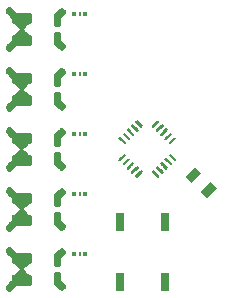
<source format=gtp>
G75*
G70*
%OFA0B0*%
%FSLAX24Y24*%
%IPPOS*%
%LPD*%
%AMOC8*
5,1,8,0,0,1.08239X$1,22.5*
%
%ADD10C,0.0068*%
%ADD11R,0.0315X0.0472*%
%ADD12R,0.0300X0.0600*%
%ADD13C,0.0020*%
%ADD14C,0.0160*%
%ADD15R,0.0080X0.0160*%
D10*
X007668Y005922D02*
X007841Y006095D01*
X007856Y006080D01*
X007683Y005907D01*
X007668Y005922D01*
X007720Y005974D02*
X007750Y005974D01*
X007787Y006041D02*
X007817Y006041D01*
X007980Y005955D02*
X007807Y005782D01*
X007980Y005955D02*
X007995Y005940D01*
X007822Y005767D01*
X007807Y005782D01*
X007859Y005834D02*
X007889Y005834D01*
X007926Y005901D02*
X007956Y005901D01*
X008119Y005816D02*
X007946Y005643D01*
X008119Y005816D02*
X008134Y005801D01*
X007961Y005628D01*
X007946Y005643D01*
X007998Y005695D02*
X008028Y005695D01*
X008065Y005762D02*
X008095Y005762D01*
X008259Y005677D02*
X008086Y005504D01*
X008259Y005677D02*
X008274Y005662D01*
X008101Y005489D01*
X008086Y005504D01*
X008138Y005556D02*
X008168Y005556D01*
X008205Y005623D02*
X008235Y005623D01*
X008398Y005538D02*
X008225Y005365D01*
X008398Y005538D02*
X008413Y005523D01*
X008240Y005350D01*
X008225Y005365D01*
X008277Y005417D02*
X008307Y005417D01*
X008344Y005484D02*
X008374Y005484D01*
X008782Y005523D02*
X008797Y005538D01*
X008970Y005365D01*
X008955Y005350D01*
X008782Y005523D01*
X008888Y005417D02*
X008918Y005417D01*
X008851Y005484D02*
X008821Y005484D01*
X008921Y005662D02*
X008936Y005677D01*
X009109Y005504D01*
X009094Y005489D01*
X008921Y005662D01*
X009027Y005556D02*
X009057Y005556D01*
X008990Y005623D02*
X008960Y005623D01*
X009060Y005801D02*
X009075Y005816D01*
X009248Y005643D01*
X009233Y005628D01*
X009060Y005801D01*
X009166Y005695D02*
X009196Y005695D01*
X009129Y005762D02*
X009099Y005762D01*
X009199Y005940D02*
X009214Y005955D01*
X009387Y005782D01*
X009372Y005767D01*
X009199Y005940D01*
X009305Y005834D02*
X009335Y005834D01*
X009268Y005901D02*
X009238Y005901D01*
X009338Y006080D02*
X009353Y006095D01*
X009526Y005922D01*
X009511Y005907D01*
X009338Y006080D01*
X009444Y005974D02*
X009474Y005974D01*
X009407Y006041D02*
X009377Y006041D01*
X009338Y006478D02*
X009511Y006651D01*
X009526Y006636D01*
X009353Y006463D01*
X009338Y006478D01*
X009390Y006530D02*
X009420Y006530D01*
X009457Y006597D02*
X009487Y006597D01*
X009372Y006791D02*
X009199Y006618D01*
X009372Y006791D02*
X009387Y006776D01*
X009214Y006603D01*
X009199Y006618D01*
X009251Y006670D02*
X009281Y006670D01*
X009318Y006737D02*
X009348Y006737D01*
X009233Y006930D02*
X009060Y006757D01*
X009233Y006930D02*
X009248Y006915D01*
X009075Y006742D01*
X009060Y006757D01*
X009112Y006809D02*
X009142Y006809D01*
X009179Y006876D02*
X009209Y006876D01*
X009094Y007069D02*
X008921Y006896D01*
X009094Y007069D02*
X009109Y007054D01*
X008936Y006881D01*
X008921Y006896D01*
X008973Y006948D02*
X009003Y006948D01*
X009040Y007015D02*
X009070Y007015D01*
X008955Y007208D02*
X008782Y007035D01*
X008955Y007208D02*
X008970Y007193D01*
X008797Y007020D01*
X008782Y007035D01*
X008834Y007087D02*
X008864Y007087D01*
X008901Y007154D02*
X008931Y007154D01*
X008240Y007208D02*
X008225Y007193D01*
X008240Y007208D02*
X008413Y007035D01*
X008398Y007020D01*
X008225Y007193D01*
X008331Y007087D02*
X008361Y007087D01*
X008294Y007154D02*
X008264Y007154D01*
X008101Y007069D02*
X008086Y007054D01*
X008101Y007069D02*
X008274Y006896D01*
X008259Y006881D01*
X008086Y007054D01*
X008192Y006948D02*
X008222Y006948D01*
X008155Y007015D02*
X008125Y007015D01*
X007961Y006930D02*
X007946Y006915D01*
X007961Y006930D02*
X008134Y006757D01*
X008119Y006742D01*
X007946Y006915D01*
X008052Y006809D02*
X008082Y006809D01*
X008015Y006876D02*
X007985Y006876D01*
X007822Y006791D02*
X007807Y006776D01*
X007822Y006791D02*
X007995Y006618D01*
X007980Y006603D01*
X007807Y006776D01*
X007913Y006670D02*
X007943Y006670D01*
X007876Y006737D02*
X007846Y006737D01*
X007683Y006651D02*
X007668Y006636D01*
X007683Y006651D02*
X007856Y006478D01*
X007841Y006463D01*
X007668Y006636D01*
X007774Y006530D02*
X007804Y006530D01*
X007737Y006597D02*
X007707Y006597D01*
D11*
G36*
X010071Y005140D02*
X009849Y005362D01*
X010181Y005694D01*
X010403Y005472D01*
X010071Y005140D01*
G37*
G36*
X010572Y004639D02*
X010350Y004861D01*
X010682Y005193D01*
X010904Y004971D01*
X010572Y004639D01*
G37*
D12*
X009172Y003854D03*
X007672Y003854D03*
X007672Y001854D03*
X009172Y001854D03*
D13*
X003959Y001559D02*
X003877Y001641D01*
X003877Y001708D01*
X004077Y001909D01*
X004077Y002047D01*
X004113Y002082D01*
X004160Y002082D01*
X004353Y002279D01*
X004432Y002279D01*
X004629Y002082D01*
X004676Y002082D01*
X004711Y002047D01*
X004711Y001791D01*
X004680Y001759D01*
X004227Y001759D01*
X004026Y001559D01*
X003959Y001559D01*
X003949Y001569D02*
X004037Y001569D01*
X004055Y001588D02*
X003930Y001588D01*
X003912Y001606D02*
X004074Y001606D01*
X004092Y001625D02*
X003893Y001625D01*
X003877Y001643D02*
X004111Y001643D01*
X004129Y001662D02*
X003877Y001662D01*
X003877Y001680D02*
X004148Y001680D01*
X004167Y001699D02*
X003877Y001699D01*
X003886Y001717D02*
X004185Y001717D01*
X004204Y001736D02*
X003904Y001736D01*
X003923Y001754D02*
X004222Y001754D01*
X004071Y001903D02*
X004711Y001903D01*
X004711Y001921D02*
X004077Y001921D01*
X004077Y001940D02*
X004711Y001940D01*
X004711Y001958D02*
X004077Y001958D01*
X004077Y001977D02*
X004711Y001977D01*
X004711Y001996D02*
X004077Y001996D01*
X004077Y002014D02*
X004711Y002014D01*
X004711Y002033D02*
X004077Y002033D01*
X004082Y002051D02*
X004707Y002051D01*
X004688Y002070D02*
X004100Y002070D01*
X004166Y002088D02*
X004623Y002088D01*
X004604Y002107D02*
X004184Y002107D01*
X004202Y002125D02*
X004586Y002125D01*
X004567Y002144D02*
X004221Y002144D01*
X004239Y002162D02*
X004548Y002162D01*
X004530Y002181D02*
X004257Y002181D01*
X004275Y002200D02*
X004511Y002200D01*
X004493Y002218D02*
X004293Y002218D01*
X004311Y002237D02*
X004474Y002237D01*
X004456Y002255D02*
X004330Y002255D01*
X004348Y002274D02*
X004437Y002274D01*
X004432Y002279D02*
X004629Y002476D01*
X004676Y002476D01*
X004711Y002511D01*
X004711Y002767D01*
X004680Y002799D01*
X004227Y002799D01*
X004026Y003000D01*
X003959Y003000D01*
X003877Y002917D01*
X003877Y002846D01*
X004077Y002645D01*
X004077Y002515D01*
X004117Y002476D01*
X004160Y002476D01*
X004357Y002279D01*
X004432Y002279D01*
X004445Y002292D02*
X004344Y002292D01*
X004325Y002311D02*
X004464Y002311D01*
X004482Y002329D02*
X004307Y002329D01*
X004288Y002348D02*
X004501Y002348D01*
X004519Y002366D02*
X004270Y002366D01*
X004251Y002385D02*
X004538Y002385D01*
X004556Y002404D02*
X004233Y002404D01*
X004214Y002422D02*
X004575Y002422D01*
X004593Y002441D02*
X004195Y002441D01*
X004177Y002459D02*
X004612Y002459D01*
X004678Y002478D02*
X004115Y002478D01*
X004097Y002496D02*
X004696Y002496D01*
X004711Y002515D02*
X004078Y002515D01*
X004077Y002533D02*
X004711Y002533D01*
X004711Y002552D02*
X004077Y002552D01*
X004077Y002570D02*
X004711Y002570D01*
X004711Y002589D02*
X004077Y002589D01*
X004077Y002607D02*
X004711Y002607D01*
X004711Y002626D02*
X004077Y002626D01*
X004077Y002645D02*
X004711Y002645D01*
X004711Y002663D02*
X004060Y002663D01*
X004041Y002682D02*
X004711Y002682D01*
X004711Y002700D02*
X004022Y002700D01*
X004004Y002719D02*
X004711Y002719D01*
X004711Y002737D02*
X003985Y002737D01*
X003967Y002756D02*
X004711Y002756D01*
X004704Y002774D02*
X003948Y002774D01*
X003930Y002793D02*
X004686Y002793D01*
X004214Y002811D02*
X003911Y002811D01*
X003893Y002830D02*
X004196Y002830D01*
X004177Y002849D02*
X003877Y002849D01*
X003877Y002867D02*
X004159Y002867D01*
X004140Y002886D02*
X003877Y002886D01*
X003877Y002904D02*
X004122Y002904D01*
X004103Y002923D02*
X003883Y002923D01*
X003901Y002941D02*
X004085Y002941D01*
X004066Y002960D02*
X003920Y002960D01*
X003938Y002978D02*
X004047Y002978D01*
X004029Y002997D02*
X003957Y002997D01*
X003959Y003559D02*
X003877Y003641D01*
X003877Y003708D01*
X004077Y003909D01*
X004077Y004047D01*
X004113Y004082D01*
X004160Y004082D01*
X004353Y004279D01*
X004432Y004279D01*
X004629Y004082D01*
X004676Y004082D01*
X004711Y004047D01*
X004711Y003791D01*
X004680Y003759D01*
X004227Y003759D01*
X004026Y003559D01*
X003959Y003559D01*
X003946Y003572D02*
X004039Y003572D01*
X004058Y003590D02*
X003928Y003590D01*
X003909Y003609D02*
X004077Y003609D01*
X004095Y003627D02*
X003891Y003627D01*
X003877Y003646D02*
X004114Y003646D01*
X004132Y003664D02*
X003877Y003664D01*
X003877Y003683D02*
X004151Y003683D01*
X004169Y003702D02*
X003877Y003702D01*
X003889Y003720D02*
X004188Y003720D01*
X004206Y003739D02*
X003907Y003739D01*
X003926Y003757D02*
X004225Y003757D01*
X004074Y003906D02*
X004711Y003906D01*
X004711Y003924D02*
X004077Y003924D01*
X004077Y003943D02*
X004711Y003943D01*
X004711Y003961D02*
X004077Y003961D01*
X004077Y003980D02*
X004711Y003980D01*
X004711Y003998D02*
X004077Y003998D01*
X004077Y004017D02*
X004711Y004017D01*
X004711Y004035D02*
X004077Y004035D01*
X004085Y004054D02*
X004704Y004054D01*
X004686Y004072D02*
X004103Y004072D01*
X004169Y004091D02*
X004620Y004091D01*
X004601Y004109D02*
X004187Y004109D01*
X004205Y004128D02*
X004583Y004128D01*
X004564Y004147D02*
X004223Y004147D01*
X004241Y004165D02*
X004546Y004165D01*
X004527Y004184D02*
X004260Y004184D01*
X004278Y004202D02*
X004509Y004202D01*
X004490Y004221D02*
X004296Y004221D01*
X004314Y004239D02*
X004472Y004239D01*
X004453Y004258D02*
X004332Y004258D01*
X004350Y004276D02*
X004434Y004276D01*
X004432Y004279D02*
X004629Y004476D01*
X004676Y004476D01*
X004711Y004511D01*
X004711Y004767D01*
X004680Y004799D01*
X004227Y004799D01*
X004026Y005000D01*
X003959Y005000D01*
X003877Y004917D01*
X003877Y004846D01*
X004077Y004645D01*
X004077Y004515D01*
X004117Y004476D01*
X004160Y004476D01*
X004357Y004279D01*
X004432Y004279D01*
X004448Y004295D02*
X004341Y004295D01*
X004323Y004313D02*
X004466Y004313D01*
X004485Y004332D02*
X004304Y004332D01*
X004286Y004351D02*
X004503Y004351D01*
X004522Y004369D02*
X004267Y004369D01*
X004248Y004388D02*
X004540Y004388D01*
X004559Y004406D02*
X004230Y004406D01*
X004211Y004425D02*
X004577Y004425D01*
X004596Y004443D02*
X004193Y004443D01*
X004174Y004462D02*
X004615Y004462D01*
X004680Y004480D02*
X004112Y004480D01*
X004094Y004499D02*
X004699Y004499D01*
X004711Y004517D02*
X004077Y004517D01*
X004077Y004536D02*
X004711Y004536D01*
X004711Y004555D02*
X004077Y004555D01*
X004077Y004573D02*
X004711Y004573D01*
X004711Y004592D02*
X004077Y004592D01*
X004077Y004610D02*
X004711Y004610D01*
X004711Y004629D02*
X004077Y004629D01*
X004075Y004647D02*
X004711Y004647D01*
X004711Y004666D02*
X004057Y004666D01*
X004038Y004684D02*
X004711Y004684D01*
X004711Y004703D02*
X004020Y004703D01*
X004001Y004721D02*
X004711Y004721D01*
X004711Y004740D02*
X003983Y004740D01*
X003964Y004759D02*
X004711Y004759D01*
X004702Y004777D02*
X003946Y004777D01*
X003927Y004796D02*
X004683Y004796D01*
X004212Y004814D02*
X003909Y004814D01*
X003890Y004833D02*
X004193Y004833D01*
X004175Y004851D02*
X003877Y004851D01*
X003877Y004870D02*
X004156Y004870D01*
X004138Y004888D02*
X003877Y004888D01*
X003877Y004907D02*
X004119Y004907D01*
X004100Y004925D02*
X003885Y004925D01*
X003904Y004944D02*
X004082Y004944D01*
X004063Y004962D02*
X003922Y004962D01*
X003941Y004981D02*
X004045Y004981D01*
X004026Y005559D02*
X003959Y005559D01*
X003877Y005641D01*
X003877Y005708D01*
X004077Y005909D01*
X004077Y006047D01*
X004113Y006082D01*
X004160Y006082D01*
X004353Y006279D01*
X004432Y006279D01*
X004629Y006082D01*
X004676Y006082D01*
X004711Y006047D01*
X004711Y005791D01*
X004680Y005759D01*
X004227Y005759D01*
X004026Y005559D01*
X004042Y005574D02*
X003944Y005574D01*
X003925Y005593D02*
X004061Y005593D01*
X004079Y005611D02*
X003906Y005611D01*
X003888Y005630D02*
X004098Y005630D01*
X004116Y005649D02*
X003877Y005649D01*
X003877Y005667D02*
X004135Y005667D01*
X004153Y005686D02*
X003877Y005686D01*
X003877Y005704D02*
X004172Y005704D01*
X004190Y005723D02*
X003891Y005723D01*
X003910Y005741D02*
X004209Y005741D01*
X004058Y005890D02*
X004711Y005890D01*
X004711Y005908D02*
X004077Y005908D01*
X004077Y005927D02*
X004711Y005927D01*
X004711Y005945D02*
X004077Y005945D01*
X004077Y005964D02*
X004711Y005964D01*
X004711Y005982D02*
X004077Y005982D01*
X004077Y006001D02*
X004711Y006001D01*
X004711Y006019D02*
X004077Y006019D01*
X004077Y006038D02*
X004711Y006038D01*
X004702Y006057D02*
X004087Y006057D01*
X004106Y006075D02*
X004683Y006075D01*
X004617Y006094D02*
X004171Y006094D01*
X004189Y006112D02*
X004599Y006112D01*
X004580Y006131D02*
X004208Y006131D01*
X004226Y006149D02*
X004562Y006149D01*
X004543Y006168D02*
X004244Y006168D01*
X004262Y006186D02*
X004525Y006186D01*
X004506Y006205D02*
X004280Y006205D01*
X004299Y006223D02*
X004487Y006223D01*
X004469Y006242D02*
X004317Y006242D01*
X004335Y006261D02*
X004450Y006261D01*
X004432Y006279D02*
X004357Y006279D01*
X004432Y006279D01*
X004629Y006476D01*
X004676Y006476D01*
X004711Y006511D01*
X004711Y006767D01*
X004680Y006799D01*
X004227Y006799D01*
X004026Y007000D01*
X003959Y007000D01*
X003877Y006917D01*
X003877Y006846D01*
X004077Y006645D01*
X004077Y006515D01*
X004117Y006476D01*
X004160Y006476D01*
X004357Y006279D01*
X004338Y006298D02*
X004450Y006298D01*
X004469Y006316D02*
X004320Y006316D01*
X004301Y006335D02*
X004487Y006335D01*
X004506Y006353D02*
X004283Y006353D01*
X004264Y006372D02*
X004525Y006372D01*
X004543Y006390D02*
X004246Y006390D01*
X004227Y006409D02*
X004562Y006409D01*
X004580Y006427D02*
X004209Y006427D01*
X004190Y006446D02*
X004599Y006446D01*
X004617Y006464D02*
X004172Y006464D01*
X004110Y006483D02*
X004683Y006483D01*
X004702Y006502D02*
X004091Y006502D01*
X004077Y006520D02*
X004711Y006520D01*
X004711Y006539D02*
X004077Y006539D01*
X004077Y006557D02*
X004711Y006557D01*
X004711Y006576D02*
X004077Y006576D01*
X004077Y006594D02*
X004711Y006594D01*
X004711Y006613D02*
X004077Y006613D01*
X004077Y006631D02*
X004711Y006631D01*
X004711Y006650D02*
X004073Y006650D01*
X004054Y006668D02*
X004711Y006668D01*
X004711Y006687D02*
X004036Y006687D01*
X004017Y006706D02*
X004711Y006706D01*
X004711Y006724D02*
X003999Y006724D01*
X003980Y006743D02*
X004711Y006743D01*
X004711Y006761D02*
X003961Y006761D01*
X003943Y006780D02*
X004699Y006780D01*
X004680Y006798D02*
X003924Y006798D01*
X003906Y006817D02*
X004209Y006817D01*
X004190Y006835D02*
X003887Y006835D01*
X003877Y006854D02*
X004172Y006854D01*
X004153Y006872D02*
X003877Y006872D01*
X003877Y006891D02*
X004135Y006891D01*
X004116Y006910D02*
X003877Y006910D01*
X003888Y006928D02*
X004098Y006928D01*
X004079Y006947D02*
X003906Y006947D01*
X003925Y006965D02*
X004061Y006965D01*
X004042Y006984D02*
X003944Y006984D01*
X003959Y007559D02*
X003877Y007641D01*
X003877Y007708D01*
X004077Y007909D01*
X004077Y008047D01*
X004113Y008082D01*
X004160Y008082D01*
X004353Y008279D01*
X004432Y008279D01*
X004629Y008082D01*
X004676Y008082D01*
X004711Y008047D01*
X004711Y007791D01*
X004680Y007759D01*
X004227Y007759D01*
X004026Y007559D01*
X003959Y007559D01*
X003941Y007577D02*
X004045Y007577D01*
X004063Y007596D02*
X003922Y007596D01*
X003904Y007614D02*
X004082Y007614D01*
X004100Y007633D02*
X003885Y007633D01*
X003877Y007651D02*
X004119Y007651D01*
X004138Y007670D02*
X003877Y007670D01*
X003877Y007688D02*
X004156Y007688D01*
X004175Y007707D02*
X003877Y007707D01*
X003894Y007725D02*
X004193Y007725D01*
X004212Y007744D02*
X003912Y007744D01*
X003931Y007763D02*
X004683Y007763D01*
X004702Y007781D02*
X003950Y007781D01*
X003968Y007800D02*
X004711Y007800D01*
X004711Y007818D02*
X003987Y007818D01*
X004005Y007837D02*
X004711Y007837D01*
X004711Y007855D02*
X004024Y007855D01*
X004042Y007874D02*
X004711Y007874D01*
X004711Y007892D02*
X004061Y007892D01*
X004077Y007911D02*
X004711Y007911D01*
X004711Y007929D02*
X004077Y007929D01*
X004077Y007948D02*
X004711Y007948D01*
X004711Y007966D02*
X004077Y007966D01*
X004077Y007985D02*
X004711Y007985D01*
X004711Y008004D02*
X004077Y008004D01*
X004077Y008022D02*
X004711Y008022D01*
X004711Y008041D02*
X004077Y008041D01*
X004090Y008059D02*
X004699Y008059D01*
X004680Y008078D02*
X004108Y008078D01*
X004174Y008096D02*
X004615Y008096D01*
X004596Y008115D02*
X004192Y008115D01*
X004210Y008133D02*
X004577Y008133D01*
X004559Y008152D02*
X004228Y008152D01*
X004247Y008170D02*
X004540Y008170D01*
X004522Y008189D02*
X004265Y008189D01*
X004283Y008208D02*
X004503Y008208D01*
X004485Y008226D02*
X004301Y008226D01*
X004319Y008245D02*
X004466Y008245D01*
X004448Y008263D02*
X004338Y008263D01*
X004354Y008282D02*
X004434Y008282D01*
X004432Y008279D02*
X004629Y008476D01*
X004676Y008476D01*
X004711Y008511D01*
X004711Y008767D01*
X004680Y008799D01*
X004227Y008799D01*
X004026Y009000D01*
X003959Y009000D01*
X003877Y008917D01*
X003877Y008846D01*
X004077Y008645D01*
X004077Y008515D01*
X004117Y008476D01*
X004160Y008476D01*
X004357Y008279D01*
X004432Y008279D01*
X004453Y008300D02*
X004336Y008300D01*
X004317Y008319D02*
X004472Y008319D01*
X004490Y008337D02*
X004299Y008337D01*
X004280Y008356D02*
X004509Y008356D01*
X004527Y008374D02*
X004262Y008374D01*
X004243Y008393D02*
X004546Y008393D01*
X004564Y008412D02*
X004225Y008412D01*
X004206Y008430D02*
X004583Y008430D01*
X004601Y008449D02*
X004187Y008449D01*
X004169Y008467D02*
X004620Y008467D01*
X004686Y008486D02*
X004107Y008486D01*
X004089Y008504D02*
X004704Y008504D01*
X004711Y008523D02*
X004077Y008523D01*
X004077Y008541D02*
X004711Y008541D01*
X004711Y008560D02*
X004077Y008560D01*
X004077Y008578D02*
X004711Y008578D01*
X004711Y008597D02*
X004077Y008597D01*
X004077Y008616D02*
X004711Y008616D01*
X004711Y008634D02*
X004077Y008634D01*
X004070Y008653D02*
X004711Y008653D01*
X004711Y008671D02*
X004052Y008671D01*
X004033Y008690D02*
X004711Y008690D01*
X004711Y008708D02*
X004014Y008708D01*
X003996Y008727D02*
X004711Y008727D01*
X004711Y008745D02*
X003977Y008745D01*
X003959Y008764D02*
X004711Y008764D01*
X004696Y008782D02*
X003940Y008782D01*
X003922Y008801D02*
X004225Y008801D01*
X004206Y008819D02*
X003903Y008819D01*
X003885Y008838D02*
X004188Y008838D01*
X004169Y008857D02*
X003877Y008857D01*
X003877Y008875D02*
X004151Y008875D01*
X004132Y008894D02*
X003877Y008894D01*
X003877Y008912D02*
X004114Y008912D01*
X004095Y008931D02*
X003891Y008931D01*
X003909Y008949D02*
X004077Y008949D01*
X004058Y008968D02*
X003928Y008968D01*
X003946Y008986D02*
X004039Y008986D01*
X004026Y009559D02*
X003959Y009559D01*
X003877Y009641D01*
X003877Y009708D01*
X004077Y009909D01*
X004077Y010047D01*
X004113Y010082D01*
X004160Y010082D01*
X004353Y010279D01*
X004432Y010279D01*
X004629Y010082D01*
X004676Y010082D01*
X004711Y010047D01*
X004711Y009791D01*
X004680Y009759D01*
X004227Y009759D01*
X004026Y009559D01*
X004029Y009561D02*
X003957Y009561D01*
X003938Y009580D02*
X004047Y009580D01*
X004066Y009598D02*
X003920Y009598D01*
X003901Y009617D02*
X004085Y009617D01*
X004103Y009635D02*
X003883Y009635D01*
X003877Y009654D02*
X004122Y009654D01*
X004140Y009672D02*
X003877Y009672D01*
X003877Y009691D02*
X004159Y009691D01*
X004177Y009710D02*
X003878Y009710D01*
X003897Y009728D02*
X004196Y009728D01*
X004214Y009747D02*
X003915Y009747D01*
X003934Y009765D02*
X004686Y009765D01*
X004704Y009784D02*
X003952Y009784D01*
X003971Y009802D02*
X004711Y009802D01*
X004711Y009821D02*
X003989Y009821D01*
X004008Y009839D02*
X004711Y009839D01*
X004711Y009858D02*
X004026Y009858D01*
X004045Y009876D02*
X004711Y009876D01*
X004711Y009895D02*
X004064Y009895D01*
X004077Y009914D02*
X004711Y009914D01*
X004711Y009932D02*
X004077Y009932D01*
X004077Y009951D02*
X004711Y009951D01*
X004711Y009969D02*
X004077Y009969D01*
X004077Y009988D02*
X004711Y009988D01*
X004711Y010006D02*
X004077Y010006D01*
X004077Y010025D02*
X004711Y010025D01*
X004711Y010043D02*
X004077Y010043D01*
X004093Y010062D02*
X004696Y010062D01*
X004678Y010080D02*
X004111Y010080D01*
X004177Y010099D02*
X004612Y010099D01*
X004593Y010118D02*
X004195Y010118D01*
X004213Y010136D02*
X004575Y010136D01*
X004556Y010155D02*
X004231Y010155D01*
X004249Y010173D02*
X004538Y010173D01*
X004519Y010192D02*
X004267Y010192D01*
X004286Y010210D02*
X004501Y010210D01*
X004482Y010229D02*
X004304Y010229D01*
X004322Y010247D02*
X004464Y010247D01*
X004445Y010266D02*
X004340Y010266D01*
X004357Y010279D02*
X004432Y010279D01*
X004629Y010476D01*
X004676Y010476D01*
X004711Y010511D01*
X004711Y010767D01*
X004680Y010799D01*
X004227Y010799D01*
X004026Y011000D01*
X003959Y011000D01*
X003877Y010917D01*
X003877Y010846D01*
X004077Y010645D01*
X004077Y010515D01*
X004117Y010476D01*
X004160Y010476D01*
X004357Y010279D01*
X004352Y010284D02*
X004437Y010284D01*
X004456Y010303D02*
X004333Y010303D01*
X004315Y010321D02*
X004474Y010321D01*
X004493Y010340D02*
X004296Y010340D01*
X004277Y010359D02*
X004511Y010359D01*
X004530Y010377D02*
X004259Y010377D01*
X004240Y010396D02*
X004548Y010396D01*
X004567Y010414D02*
X004222Y010414D01*
X004203Y010433D02*
X004586Y010433D01*
X004604Y010451D02*
X004185Y010451D01*
X004166Y010470D02*
X004623Y010470D01*
X004688Y010488D02*
X004104Y010488D01*
X004086Y010507D02*
X004707Y010507D01*
X004711Y010525D02*
X004077Y010525D01*
X004077Y010544D02*
X004711Y010544D01*
X004711Y010563D02*
X004077Y010563D01*
X004077Y010581D02*
X004711Y010581D01*
X004711Y010600D02*
X004077Y010600D01*
X004077Y010618D02*
X004711Y010618D01*
X004711Y010637D02*
X004077Y010637D01*
X004067Y010655D02*
X004711Y010655D01*
X004711Y010674D02*
X004049Y010674D01*
X004030Y010692D02*
X004711Y010692D01*
X004711Y010711D02*
X004012Y010711D01*
X003993Y010729D02*
X004711Y010729D01*
X004711Y010748D02*
X003975Y010748D01*
X003956Y010767D02*
X004711Y010767D01*
X004694Y010785D02*
X003938Y010785D01*
X003919Y010804D02*
X004222Y010804D01*
X004204Y010822D02*
X003901Y010822D01*
X003882Y010841D02*
X004185Y010841D01*
X004167Y010859D02*
X003877Y010859D01*
X003877Y010878D02*
X004148Y010878D01*
X004129Y010896D02*
X003877Y010896D01*
X003877Y010915D02*
X004111Y010915D01*
X004092Y010933D02*
X003893Y010933D01*
X003912Y010952D02*
X004074Y010952D01*
X004055Y010971D02*
X003930Y010971D01*
X003949Y010989D02*
X004037Y010989D01*
X005483Y010767D02*
X005483Y010421D01*
X005514Y010389D01*
X005652Y010389D01*
X005684Y010421D01*
X005684Y010649D01*
X005861Y010826D01*
X005861Y010874D01*
X005759Y010976D01*
X005711Y010976D01*
X005534Y010799D01*
X005514Y010799D01*
X005483Y010767D01*
X005801Y010767D01*
X005820Y010785D02*
X005501Y010785D01*
X005483Y010748D02*
X005783Y010748D01*
X005764Y010729D02*
X005483Y010729D01*
X005483Y010711D02*
X005746Y010711D01*
X005727Y010692D02*
X005483Y010692D01*
X005483Y010674D02*
X005708Y010674D01*
X005690Y010655D02*
X005483Y010655D01*
X005483Y010637D02*
X005684Y010637D01*
X005684Y010618D02*
X005483Y010618D01*
X005483Y010600D02*
X005684Y010600D01*
X005684Y010581D02*
X005483Y010581D01*
X005483Y010563D02*
X005684Y010563D01*
X005684Y010544D02*
X005483Y010544D01*
X005483Y010525D02*
X005684Y010525D01*
X005684Y010507D02*
X005483Y010507D01*
X005483Y010488D02*
X005684Y010488D01*
X005684Y010470D02*
X005483Y010470D01*
X005483Y010451D02*
X005684Y010451D01*
X005684Y010433D02*
X005483Y010433D01*
X005490Y010414D02*
X005677Y010414D01*
X005659Y010396D02*
X005508Y010396D01*
X005514Y010169D02*
X005652Y010169D01*
X005684Y010137D01*
X005684Y009909D01*
X005861Y009732D01*
X005861Y009685D01*
X005759Y009582D01*
X005711Y009582D01*
X005534Y009759D01*
X005514Y009759D01*
X005483Y009791D01*
X005483Y010137D01*
X005514Y010169D01*
X005500Y010155D02*
X005666Y010155D01*
X005684Y010136D02*
X005483Y010136D01*
X005483Y010118D02*
X005684Y010118D01*
X005684Y010099D02*
X005483Y010099D01*
X005483Y010080D02*
X005684Y010080D01*
X005684Y010062D02*
X005483Y010062D01*
X005483Y010043D02*
X005684Y010043D01*
X005684Y010025D02*
X005483Y010025D01*
X005483Y010006D02*
X005684Y010006D01*
X005684Y009988D02*
X005483Y009988D01*
X005483Y009969D02*
X005684Y009969D01*
X005684Y009951D02*
X005483Y009951D01*
X005483Y009932D02*
X005684Y009932D01*
X005684Y009914D02*
X005483Y009914D01*
X005483Y009895D02*
X005698Y009895D01*
X005716Y009876D02*
X005483Y009876D01*
X005483Y009858D02*
X005735Y009858D01*
X005753Y009839D02*
X005483Y009839D01*
X005483Y009821D02*
X005772Y009821D01*
X005790Y009802D02*
X005483Y009802D01*
X005490Y009784D02*
X005809Y009784D01*
X005828Y009765D02*
X005509Y009765D01*
X005547Y009747D02*
X005846Y009747D01*
X005861Y009728D02*
X005565Y009728D01*
X005584Y009710D02*
X005861Y009710D01*
X005861Y009691D02*
X005603Y009691D01*
X005621Y009672D02*
X005849Y009672D01*
X005830Y009654D02*
X005640Y009654D01*
X005658Y009635D02*
X005812Y009635D01*
X005793Y009617D02*
X005677Y009617D01*
X005695Y009598D02*
X005775Y009598D01*
X005759Y008976D02*
X005711Y008976D01*
X005534Y008799D01*
X005514Y008799D01*
X005483Y008767D01*
X005483Y008421D01*
X005514Y008389D01*
X005652Y008389D01*
X005684Y008421D01*
X005684Y008649D01*
X005861Y008826D01*
X005861Y008874D01*
X005759Y008976D01*
X005767Y008968D02*
X005703Y008968D01*
X005685Y008949D02*
X005785Y008949D01*
X005804Y008931D02*
X005666Y008931D01*
X005648Y008912D02*
X005822Y008912D01*
X005841Y008894D02*
X005629Y008894D01*
X005611Y008875D02*
X005859Y008875D01*
X005861Y008857D02*
X005592Y008857D01*
X005573Y008838D02*
X005861Y008838D01*
X005854Y008819D02*
X005555Y008819D01*
X005536Y008801D02*
X005836Y008801D01*
X005817Y008782D02*
X005498Y008782D01*
X005483Y008764D02*
X005799Y008764D01*
X005780Y008745D02*
X005483Y008745D01*
X005483Y008727D02*
X005761Y008727D01*
X005743Y008708D02*
X005483Y008708D01*
X005483Y008690D02*
X005724Y008690D01*
X005706Y008671D02*
X005483Y008671D01*
X005483Y008653D02*
X005687Y008653D01*
X005684Y008634D02*
X005483Y008634D01*
X005483Y008616D02*
X005684Y008616D01*
X005684Y008597D02*
X005483Y008597D01*
X005483Y008578D02*
X005684Y008578D01*
X005684Y008560D02*
X005483Y008560D01*
X005483Y008541D02*
X005684Y008541D01*
X005684Y008523D02*
X005483Y008523D01*
X005483Y008504D02*
X005684Y008504D01*
X005684Y008486D02*
X005483Y008486D01*
X005483Y008467D02*
X005684Y008467D01*
X005684Y008449D02*
X005483Y008449D01*
X005483Y008430D02*
X005684Y008430D01*
X005675Y008412D02*
X005492Y008412D01*
X005511Y008393D02*
X005656Y008393D01*
X005652Y008169D02*
X005514Y008169D01*
X005483Y008137D01*
X005483Y007791D01*
X005514Y007759D01*
X005534Y007759D01*
X005711Y007582D01*
X005759Y007582D01*
X005861Y007685D01*
X005861Y007732D01*
X005684Y007909D01*
X005684Y008137D01*
X005652Y008169D01*
X005669Y008152D02*
X005498Y008152D01*
X005483Y008133D02*
X005684Y008133D01*
X005684Y008115D02*
X005483Y008115D01*
X005483Y008096D02*
X005684Y008096D01*
X005684Y008078D02*
X005483Y008078D01*
X005483Y008059D02*
X005684Y008059D01*
X005684Y008041D02*
X005483Y008041D01*
X005483Y008022D02*
X005684Y008022D01*
X005684Y008004D02*
X005483Y008004D01*
X005483Y007985D02*
X005684Y007985D01*
X005684Y007966D02*
X005483Y007966D01*
X005483Y007948D02*
X005684Y007948D01*
X005684Y007929D02*
X005483Y007929D01*
X005483Y007911D02*
X005684Y007911D01*
X005700Y007892D02*
X005483Y007892D01*
X005483Y007874D02*
X005719Y007874D01*
X005738Y007855D02*
X005483Y007855D01*
X005483Y007837D02*
X005756Y007837D01*
X005775Y007818D02*
X005483Y007818D01*
X005483Y007800D02*
X005793Y007800D01*
X005812Y007781D02*
X005493Y007781D01*
X005511Y007763D02*
X005830Y007763D01*
X005849Y007744D02*
X005550Y007744D01*
X005568Y007725D02*
X005861Y007725D01*
X005861Y007707D02*
X005587Y007707D01*
X005605Y007688D02*
X005861Y007688D01*
X005846Y007670D02*
X005624Y007670D01*
X005642Y007651D02*
X005828Y007651D01*
X005809Y007633D02*
X005661Y007633D01*
X005679Y007614D02*
X005791Y007614D01*
X005772Y007596D02*
X005698Y007596D01*
X005711Y006976D02*
X005534Y006799D01*
X005514Y006799D01*
X005483Y006767D01*
X005483Y006421D01*
X005514Y006389D01*
X005652Y006389D01*
X005684Y006421D01*
X005684Y006649D01*
X005861Y006826D01*
X005861Y006874D01*
X005759Y006976D01*
X005711Y006976D01*
X005701Y006965D02*
X005769Y006965D01*
X005788Y006947D02*
X005682Y006947D01*
X005664Y006928D02*
X005806Y006928D01*
X005825Y006910D02*
X005645Y006910D01*
X005626Y006891D02*
X005844Y006891D01*
X005861Y006872D02*
X005608Y006872D01*
X005589Y006854D02*
X005861Y006854D01*
X005861Y006835D02*
X005571Y006835D01*
X005552Y006817D02*
X005851Y006817D01*
X005833Y006798D02*
X005514Y006798D01*
X005495Y006780D02*
X005814Y006780D01*
X005796Y006761D02*
X005483Y006761D01*
X005483Y006743D02*
X005777Y006743D01*
X005759Y006724D02*
X005483Y006724D01*
X005483Y006706D02*
X005740Y006706D01*
X005722Y006687D02*
X005483Y006687D01*
X005483Y006668D02*
X005703Y006668D01*
X005685Y006650D02*
X005483Y006650D01*
X005483Y006631D02*
X005684Y006631D01*
X005684Y006613D02*
X005483Y006613D01*
X005483Y006594D02*
X005684Y006594D01*
X005684Y006576D02*
X005483Y006576D01*
X005483Y006557D02*
X005684Y006557D01*
X005684Y006539D02*
X005483Y006539D01*
X005483Y006520D02*
X005684Y006520D01*
X005684Y006502D02*
X005483Y006502D01*
X005483Y006483D02*
X005684Y006483D01*
X005684Y006464D02*
X005483Y006464D01*
X005483Y006446D02*
X005684Y006446D01*
X005684Y006427D02*
X005483Y006427D01*
X005495Y006409D02*
X005672Y006409D01*
X005653Y006390D02*
X005513Y006390D01*
X005514Y006169D02*
X005652Y006169D01*
X005684Y006137D01*
X005684Y005909D01*
X005861Y005732D01*
X005861Y005685D01*
X005759Y005582D01*
X005711Y005582D01*
X005534Y005759D01*
X005514Y005759D01*
X005483Y005791D01*
X005483Y006137D01*
X005514Y006169D01*
X005513Y006168D02*
X005653Y006168D01*
X005672Y006149D02*
X005495Y006149D01*
X005483Y006131D02*
X005684Y006131D01*
X005684Y006112D02*
X005483Y006112D01*
X005483Y006094D02*
X005684Y006094D01*
X005684Y006075D02*
X005483Y006075D01*
X005483Y006057D02*
X005684Y006057D01*
X005684Y006038D02*
X005483Y006038D01*
X005483Y006019D02*
X005684Y006019D01*
X005684Y006001D02*
X005483Y006001D01*
X005483Y005982D02*
X005684Y005982D01*
X005684Y005964D02*
X005483Y005964D01*
X005483Y005945D02*
X005684Y005945D01*
X005684Y005927D02*
X005483Y005927D01*
X005483Y005908D02*
X005685Y005908D01*
X005703Y005890D02*
X005483Y005890D01*
X005483Y005871D02*
X005722Y005871D01*
X005740Y005853D02*
X005483Y005853D01*
X005483Y005834D02*
X005759Y005834D01*
X005777Y005815D02*
X005483Y005815D01*
X005483Y005797D02*
X005796Y005797D01*
X005814Y005778D02*
X005495Y005778D01*
X005514Y005760D02*
X005833Y005760D01*
X005851Y005741D02*
X005552Y005741D01*
X005571Y005723D02*
X005861Y005723D01*
X005861Y005704D02*
X005589Y005704D01*
X005608Y005686D02*
X005861Y005686D01*
X005844Y005667D02*
X005626Y005667D01*
X005645Y005649D02*
X005825Y005649D01*
X005806Y005630D02*
X005664Y005630D01*
X005682Y005611D02*
X005788Y005611D01*
X005769Y005593D02*
X005701Y005593D01*
X005711Y004976D02*
X005534Y004799D01*
X005514Y004799D01*
X005483Y004767D01*
X005483Y004421D01*
X005514Y004389D01*
X005652Y004389D01*
X005684Y004421D01*
X005684Y004649D01*
X005861Y004826D01*
X005861Y004874D01*
X005759Y004976D01*
X005711Y004976D01*
X005698Y004962D02*
X005772Y004962D01*
X005791Y004944D02*
X005679Y004944D01*
X005661Y004925D02*
X005809Y004925D01*
X005828Y004907D02*
X005642Y004907D01*
X005624Y004888D02*
X005846Y004888D01*
X005861Y004870D02*
X005605Y004870D01*
X005587Y004851D02*
X005861Y004851D01*
X005861Y004833D02*
X005568Y004833D01*
X005550Y004814D02*
X005849Y004814D01*
X005830Y004796D02*
X005511Y004796D01*
X005493Y004777D02*
X005812Y004777D01*
X005793Y004759D02*
X005483Y004759D01*
X005483Y004740D02*
X005775Y004740D01*
X005756Y004721D02*
X005483Y004721D01*
X005483Y004703D02*
X005738Y004703D01*
X005719Y004684D02*
X005483Y004684D01*
X005483Y004666D02*
X005700Y004666D01*
X005684Y004647D02*
X005483Y004647D01*
X005483Y004629D02*
X005684Y004629D01*
X005684Y004610D02*
X005483Y004610D01*
X005483Y004592D02*
X005684Y004592D01*
X005684Y004573D02*
X005483Y004573D01*
X005483Y004555D02*
X005684Y004555D01*
X005684Y004536D02*
X005483Y004536D01*
X005483Y004517D02*
X005684Y004517D01*
X005684Y004499D02*
X005483Y004499D01*
X005483Y004480D02*
X005684Y004480D01*
X005684Y004462D02*
X005483Y004462D01*
X005483Y004443D02*
X005684Y004443D01*
X005684Y004425D02*
X005483Y004425D01*
X005498Y004406D02*
X005669Y004406D01*
X005652Y004169D02*
X005514Y004169D01*
X005483Y004137D01*
X005483Y003791D01*
X005514Y003759D01*
X005534Y003759D01*
X005711Y003582D01*
X005759Y003582D01*
X005861Y003685D01*
X005861Y003732D01*
X005684Y003909D01*
X005684Y004137D01*
X005652Y004169D01*
X005656Y004165D02*
X005511Y004165D01*
X005492Y004147D02*
X005675Y004147D01*
X005684Y004128D02*
X005483Y004128D01*
X005483Y004109D02*
X005684Y004109D01*
X005684Y004091D02*
X005483Y004091D01*
X005483Y004072D02*
X005684Y004072D01*
X005684Y004054D02*
X005483Y004054D01*
X005483Y004035D02*
X005684Y004035D01*
X005684Y004017D02*
X005483Y004017D01*
X005483Y003998D02*
X005684Y003998D01*
X005684Y003980D02*
X005483Y003980D01*
X005483Y003961D02*
X005684Y003961D01*
X005684Y003943D02*
X005483Y003943D01*
X005483Y003924D02*
X005684Y003924D01*
X005687Y003906D02*
X005483Y003906D01*
X005483Y003887D02*
X005706Y003887D01*
X005724Y003868D02*
X005483Y003868D01*
X005483Y003850D02*
X005743Y003850D01*
X005761Y003831D02*
X005483Y003831D01*
X005483Y003813D02*
X005780Y003813D01*
X005799Y003794D02*
X005483Y003794D01*
X005498Y003776D02*
X005817Y003776D01*
X005836Y003757D02*
X005536Y003757D01*
X005555Y003739D02*
X005854Y003739D01*
X005861Y003720D02*
X005573Y003720D01*
X005592Y003702D02*
X005861Y003702D01*
X005859Y003683D02*
X005611Y003683D01*
X005629Y003664D02*
X005841Y003664D01*
X005822Y003646D02*
X005648Y003646D01*
X005666Y003627D02*
X005804Y003627D01*
X005785Y003609D02*
X005685Y003609D01*
X005703Y003590D02*
X005767Y003590D01*
X005759Y002976D02*
X005711Y002976D01*
X005534Y002799D01*
X005514Y002799D01*
X005483Y002767D01*
X005483Y002421D01*
X005514Y002389D01*
X005652Y002389D01*
X005684Y002421D01*
X005684Y002649D01*
X005861Y002826D01*
X005861Y002874D01*
X005759Y002976D01*
X005775Y002960D02*
X005695Y002960D01*
X005677Y002941D02*
X005793Y002941D01*
X005812Y002923D02*
X005658Y002923D01*
X005640Y002904D02*
X005830Y002904D01*
X005849Y002886D02*
X005621Y002886D01*
X005603Y002867D02*
X005861Y002867D01*
X005861Y002849D02*
X005584Y002849D01*
X005565Y002830D02*
X005861Y002830D01*
X005846Y002811D02*
X005547Y002811D01*
X005509Y002793D02*
X005828Y002793D01*
X005809Y002774D02*
X005490Y002774D01*
X005483Y002756D02*
X005790Y002756D01*
X005772Y002737D02*
X005483Y002737D01*
X005483Y002719D02*
X005753Y002719D01*
X005735Y002700D02*
X005483Y002700D01*
X005483Y002682D02*
X005716Y002682D01*
X005698Y002663D02*
X005483Y002663D01*
X005483Y002645D02*
X005684Y002645D01*
X005684Y002626D02*
X005483Y002626D01*
X005483Y002607D02*
X005684Y002607D01*
X005684Y002589D02*
X005483Y002589D01*
X005483Y002570D02*
X005684Y002570D01*
X005684Y002552D02*
X005483Y002552D01*
X005483Y002533D02*
X005684Y002533D01*
X005684Y002515D02*
X005483Y002515D01*
X005483Y002496D02*
X005684Y002496D01*
X005684Y002478D02*
X005483Y002478D01*
X005483Y002459D02*
X005684Y002459D01*
X005684Y002441D02*
X005483Y002441D01*
X005483Y002422D02*
X005684Y002422D01*
X005666Y002404D02*
X005500Y002404D01*
X005514Y002169D02*
X005652Y002169D01*
X005684Y002137D01*
X005684Y001909D01*
X005861Y001732D01*
X005861Y001685D01*
X005759Y001582D01*
X005711Y001582D01*
X005534Y001759D01*
X005514Y001759D01*
X005483Y001791D01*
X005483Y002137D01*
X005514Y002169D01*
X005508Y002162D02*
X005659Y002162D01*
X005677Y002144D02*
X005490Y002144D01*
X005483Y002125D02*
X005684Y002125D01*
X005684Y002107D02*
X005483Y002107D01*
X005483Y002088D02*
X005684Y002088D01*
X005684Y002070D02*
X005483Y002070D01*
X005483Y002051D02*
X005684Y002051D01*
X005684Y002033D02*
X005483Y002033D01*
X005483Y002014D02*
X005684Y002014D01*
X005684Y001996D02*
X005483Y001996D01*
X005483Y001977D02*
X005684Y001977D01*
X005684Y001958D02*
X005483Y001958D01*
X005483Y001940D02*
X005684Y001940D01*
X005684Y001921D02*
X005483Y001921D01*
X005483Y001903D02*
X005690Y001903D01*
X005708Y001884D02*
X005483Y001884D01*
X005483Y001866D02*
X005727Y001866D01*
X005746Y001847D02*
X005483Y001847D01*
X005483Y001829D02*
X005764Y001829D01*
X005783Y001810D02*
X005483Y001810D01*
X005483Y001792D02*
X005801Y001792D01*
X005820Y001773D02*
X005501Y001773D01*
X005539Y001754D02*
X005838Y001754D01*
X005857Y001736D02*
X005558Y001736D01*
X005576Y001717D02*
X005861Y001717D01*
X005861Y001699D02*
X005595Y001699D01*
X005613Y001680D02*
X005857Y001680D01*
X005838Y001662D02*
X005632Y001662D01*
X005650Y001643D02*
X005820Y001643D01*
X005801Y001625D02*
X005669Y001625D01*
X005687Y001606D02*
X005783Y001606D01*
X005764Y001588D02*
X005706Y001588D01*
X004711Y001792D02*
X003960Y001792D01*
X003979Y001810D02*
X004711Y001810D01*
X004711Y001829D02*
X003997Y001829D01*
X004016Y001847D02*
X004711Y001847D01*
X004711Y001866D02*
X004034Y001866D01*
X004053Y001884D02*
X004711Y001884D01*
X004694Y001773D02*
X003942Y001773D01*
X003944Y003776D02*
X004696Y003776D01*
X004711Y003794D02*
X003963Y003794D01*
X003981Y003813D02*
X004711Y003813D01*
X004711Y003831D02*
X004000Y003831D01*
X004018Y003850D02*
X004711Y003850D01*
X004711Y003868D02*
X004037Y003868D01*
X004055Y003887D02*
X004711Y003887D01*
X004680Y005760D02*
X003928Y005760D01*
X003947Y005778D02*
X004699Y005778D01*
X004711Y005797D02*
X003965Y005797D01*
X003984Y005815D02*
X004711Y005815D01*
X004711Y005834D02*
X004003Y005834D01*
X004021Y005853D02*
X004711Y005853D01*
X004711Y005871D02*
X004040Y005871D01*
X005539Y010804D02*
X005838Y010804D01*
X005857Y010822D02*
X005558Y010822D01*
X005576Y010841D02*
X005861Y010841D01*
X005861Y010859D02*
X005595Y010859D01*
X005613Y010878D02*
X005857Y010878D01*
X005838Y010896D02*
X005632Y010896D01*
X005650Y010915D02*
X005820Y010915D01*
X005801Y010933D02*
X005669Y010933D01*
X005687Y010952D02*
X005783Y010952D01*
X005764Y010971D02*
X005706Y010971D01*
D14*
X006160Y010779D03*
X006534Y010779D03*
X006534Y008779D03*
X006160Y008779D03*
X006160Y006779D03*
X006534Y006779D03*
X006534Y004779D03*
X006160Y004779D03*
X006160Y002779D03*
X006534Y002779D03*
D15*
X006347Y002779D03*
X006347Y004779D03*
X006347Y006779D03*
X006347Y008779D03*
X006347Y010779D03*
M02*

</source>
